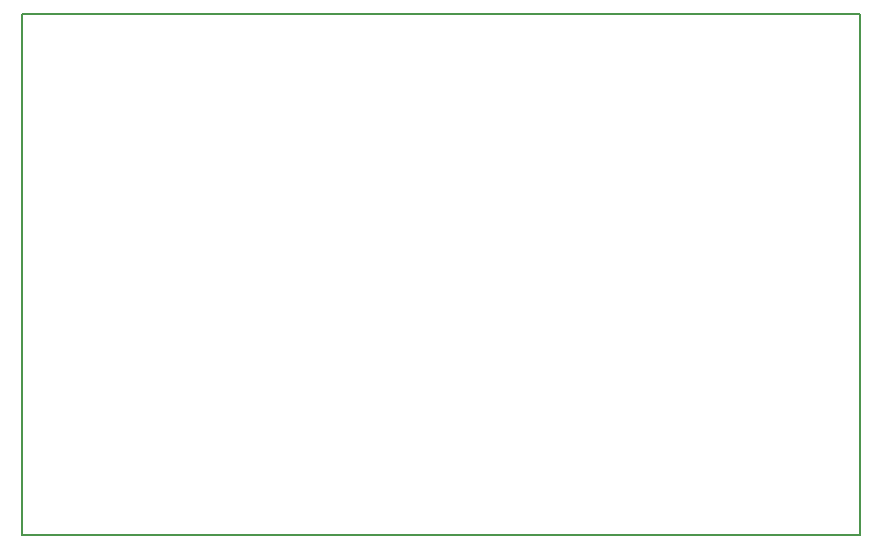
<source format=gm1>
G04 MADE WITH FRITZING*
G04 WWW.FRITZING.ORG*
G04 DOUBLE SIDED*
G04 HOLES PLATED*
G04 CONTOUR ON CENTER OF CONTOUR VECTOR*
%ASAXBY*%
%FSLAX23Y23*%
%MOIN*%
%OFA0B0*%
%SFA1.0B1.0*%
%ADD10R,2.799560X1.744740*%
%ADD11C,0.008000*%
%ADD10C,0.008*%
%LNCONTOUR*%
G90*
G70*
G54D10*
G54D11*
X4Y1741D02*
X2796Y1741D01*
X2796Y4D01*
X4Y4D01*
X4Y1741D01*
D02*
G04 End of contour*
M02*
</source>
